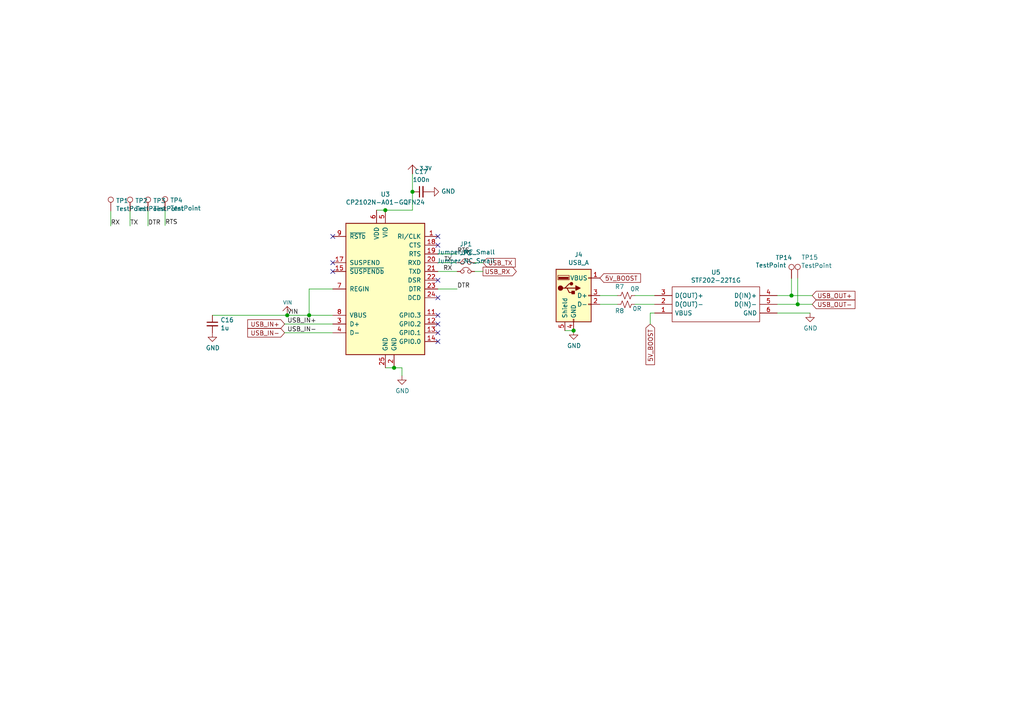
<source format=kicad_sch>
(kicad_sch (version 20201015) (generator eeschema)
  (page 1 6)
  (paper "A4")
  (lib_symbols
    (symbol "Connector:TestPoint" (pin_numbers hide) (pin_names (offset 0.762) hide)
      (property "Reference" "TP" (at 0 6.858 0))
      (property "Value" "TestPoint" (at 0 5.08 0))
      (symbol "TestPoint_0_1"
        (circle (center 0 3.302) (radius 0.762))
      )
      (symbol "TestPoint_1_1"
        (pin passive line (at 0 0 90) (length 2.54) (name "1") (number "1"))
      )
    )
    (symbol "Connector:USB_A" (pin_names (offset 1.016))
      (property "Reference" "J" (at -5.08 11.43 0))
      (property "Value" "USB_A" (at -5.08 8.89 0))
      (symbol "USB_A_0_1"
        (circle (center -3.81 2.159) (radius 0.635) (stroke (width 0.254)) (fill (type outline)))
        (circle (center -0.635 3.429) (radius 0.381) (stroke (width 0.254)) (fill (type outline)))
        (rectangle (start -5.08 -7.62) (end 5.08 7.62) (stroke (width 0.254)) (fill (type background)))
        (rectangle (start -1.524 4.826) (end -4.318 5.334) (fill (type outline)))
        (rectangle (start -1.27 4.572) (end -4.572 5.842))
        (rectangle (start -0.127 -7.62) (end 0.127 -6.858))
        (rectangle (start 0.254 1.27) (end -0.508 0.508) (stroke (width 0.254)) (fill (type outline)))
        (rectangle (start 5.08 -2.667) (end 4.318 -2.413))
        (rectangle (start 5.08 -0.127) (end 4.318 0.127))
        (rectangle (start 5.08 4.953) (end 4.318 5.207))
        (polyline (pts (xy -3.175 2.159) (xy -2.54 2.159) (xy -1.27 3.429) (xy -0.635 3.429)) (stroke (width 0.254)))
        (polyline (pts (xy -2.54 2.159) (xy -1.905 2.159) (xy -1.27 0.889) (xy 0 0.889)) (stroke (width 0.254)))
        (polyline (pts (xy 0.635 2.794) (xy 0.635 1.524) (xy 1.905 2.159) (xy 0.635 2.794)) (stroke (width 0.254)) (fill (type outline)))
      )
      (symbol "USB_A_1_1"
        (polyline (pts (xy -1.905 2.159) (xy 0.635 2.159)) (stroke (width 0.254)))
        (pin power_in line (at 7.62 5.08 180) (length 2.54) (name "VBUS") (number "1"))
        (pin passive line (at 7.62 -2.54 180) (length 2.54) (name "D-") (number "2"))
        (pin passive line (at 7.62 0 180) (length 2.54) (name "D+") (number "3"))
        (pin power_in line (at 0 -10.16 90) (length 2.54) (name "GND") (number "4"))
        (pin passive line (at -2.54 -10.16 90) (length 2.54) (name "Shield") (number "5"))
      )
    )
    (symbol "Device:C_Small" (pin_numbers hide) (pin_names (offset 0.254) hide)
      (property "Reference" "C" (at 0.254 1.778 0))
      (property "Value" "C_Small" (at 0.254 -2.032 0))
      (symbol "C_Small_0_1"
        (polyline (pts (xy -1.524 -0.508) (xy 1.524 -0.508)) (stroke (width 0.3302)))
        (polyline (pts (xy -1.524 0.508) (xy 1.524 0.508)) (stroke (width 0.3048)))
      )
      (symbol "C_Small_1_1"
        (pin passive line (at 0 2.54 270) (length 2.032) (name "~") (number "1"))
        (pin passive line (at 0 -2.54 90) (length 2.032) (name "~") (number "2"))
      )
    )
    (symbol "Device:Jumper_NC_Small" (pin_numbers hide) (pin_names (offset 0.762) hide)
      (property "Reference" "JP" (at 0 2.032 0))
      (property "Value" "Jumper_NC_Small" (at 0.254 -1.524 0))
      (symbol "Jumper_NC_Small_0_1"
        (arc (start 1.016 0.762) (end -1.016 0.762) (radius (at 0 -0.254) (length 1.4478) (angles 45 135)))
        (circle (center -1.016 0) (radius 0.508))
        (circle (center 1.016 0) (radius 0.508))
        (pin passive line (at -2.54 0 0) (length 1.016) (name "1") (number "1"))
        (pin passive line (at 2.54 0 180) (length 1.016) (name "2") (number "2"))
      )
    )
    (symbol "Device:R_Small_US" (pin_numbers hide) (pin_names (offset 0.254) hide)
      (property "Reference" "R" (at 0.762 0.508 0))
      (property "Value" "R_Small_US" (at 0.762 -1.016 0))
      (symbol "R_Small_US_1_1"
        (polyline (pts (xy 0 0) (xy 1.016 -0.381) (xy 0 -0.762) (xy -1.016 -1.143) (xy 0 -1.524)))
        (polyline (pts (xy 0 1.524) (xy 1.016 1.143) (xy 0 0.762) (xy -1.016 0.381) (xy 0 0)))
        (pin passive line (at 0 2.54 270) (length 1.016) (name "~") (number "1"))
        (pin passive line (at 0 -2.54 90) (length 1.016) (name "~") (number "2"))
      )
    )
    (symbol "Interface_USB:CP2102N-A01-GQFN24" (pin_names (offset 1.016))
      (property "Reference" "U" (at -5.08 22.225 0))
      (property "Value" "CP2102N-A01-GQFN24" (at -5.08 20.32 0))
      (symbol "CP2102N-A01-GQFN24_0_1"
        (rectangle (start -11.43 19.05) (end 11.43 -19.05) (stroke (width 0.254)) (fill (type background)))
      )
      (symbol "CP2102N-A01-GQFN24_1_1"
        (pin bidirectional line (at 15.24 15.24 180) (length 3.81) (name "RI/CLK") (number "1"))
        (pin unconnected line (at 10.16 -22.86 90) (length 3.81) hide (name "NC") (number "10"))
        (pin bidirectional line (at 15.24 -7.62 180) (length 3.81) (name "GPIO.3") (number "11"))
        (pin bidirectional line (at 15.24 -10.16 180) (length 3.81) (name "GPIO.2") (number "12"))
        (pin bidirectional line (at 15.24 -12.7 180) (length 3.81) (name "GPIO.1") (number "13"))
        (pin bidirectional line (at 15.24 -15.24 180) (length 3.81) (name "GPIO.0") (number "14"))
        (pin output line (at -15.24 5.08 0) (length 3.81) (name "~SUSPENDb") (number "15"))
        (pin unconnected line (at 7.62 -22.86 90) (length 3.81) hide (name "NC") (number "16"))
        (pin output line (at -15.24 7.62 0) (length 3.81) (name "SUSPEND") (number "17"))
        (pin input line (at 15.24 12.7 180) (length 3.81) (name "CTS") (number "18"))
        (pin output line (at 15.24 10.16 180) (length 3.81) (name "RTS") (number "19"))
        (pin power_in line (at 2.54 -22.86 90) (length 3.81) (name "GND") (number "2"))
        (pin input line (at 15.24 7.62 180) (length 3.81) (name "RXD") (number "20"))
        (pin output line (at 15.24 5.08 180) (length 3.81) (name "TXD") (number "21"))
        (pin input line (at 15.24 2.54 180) (length 3.81) (name "DSR") (number "22"))
        (pin output line (at 15.24 0 180) (length 3.81) (name "DTR") (number "23"))
        (pin input line (at 15.24 -2.54 180) (length 3.81) (name "DCD") (number "24"))
        (pin power_in line (at 0 -22.86 90) (length 3.81) (name "GND") (number "25"))
        (pin bidirectional line (at -15.24 -10.16 0) (length 3.81) (name "D+") (number "3"))
        (pin bidirectional line (at -15.24 -12.7 0) (length 3.81) (name "D-") (number "4"))
        (pin power_in line (at 0 22.86 270) (length 3.81) (name "VIO") (number "5"))
        (pin power_in line (at -2.54 22.86 270) (length 3.81) (name "VDD") (number "6"))
        (pin power_in line (at -15.24 0 0) (length 3.81) (name "REGIN") (number "7"))
        (pin input line (at -15.24 -7.62 0) (length 3.81) (name "VBUS") (number "8"))
        (pin input line (at -15.24 15.24 0) (length 3.81) (name "~RSTb") (number "9"))
      )
    )
    (symbol "Omega2-IO-Power-eagle-import:3.3V" (power) (pin_names (offset 1.016))
      (property "Value" "3.3V" (at -1.524 1.016 0))
      (symbol "3.3V_1_0"
        (polyline (pts (xy -1.27 -1.27) (xy 0 0)))
        (polyline (pts (xy 0 0) (xy 1.27 -1.27)))
        (pin power_in line (at 0 -2.54 90) (length 2.54) (name "3.3V") (number "1"))
      )
    )
    (symbol "Omega2-IO-Power-eagle-import:VIN" (power) (pin_names (offset 1.016))
      (property "Value" "VIN" (at -1.524 1.016 0))
      (symbol "VIN_1_0"
        (polyline (pts (xy -1.27 -1.27) (xy 0 0)))
        (polyline (pts (xy 0 0) (xy 1.27 -1.27)))
        (pin power_in line (at 0 -2.54 90) (length 2.54) (name "VIN") (number "1"))
      )
    )
    (symbol "STF202-22T1G:STF202-22T1G" (pin_names (offset 0.762))
      (property "Reference" "IC" (at 31.75 7.62 0))
      (property "Value" "STF202-22T1G" (at 31.75 5.08 0))
      (symbol "STF202-22T1G_0_1"
        (polyline (pts (xy 5.08 2.54) (xy 30.48 2.54) (xy 30.48 -7.62) (xy 5.08 -7.62) (xy 5.08 2.54)) (stroke (width 0.1524)))
      )
      (symbol "STF202-22T1G_0_0"
        (pin power_in line (at 0 0 0) (length 5.08) (name "VBUS") (number "1"))
        (pin output line (at 0 -2.54 0) (length 5.08) (name "D(OUT)-") (number "2"))
        (pin output line (at 0 -5.08 0) (length 5.08) (name "D(OUT)+") (number "3"))
        (pin input line (at 35.56 -5.08 180) (length 5.08) (name "D(IN)+") (number "4"))
        (pin input line (at 35.56 -2.54 180) (length 5.08) (name "D(IN)-") (number "5"))
        (pin power_in line (at 35.56 0 180) (length 5.08) (name "GND") (number "6"))
      )
    )
    (symbol "power:GND" (power) (pin_names (offset 0))
      (property "Value" "GND" (at 0 -3.81 0))
      (symbol "GND_0_1"
        (polyline (pts (xy 0 0) (xy 0 -1.27) (xy 1.27 -1.27) (xy 0 -2.54) (xy -1.27 -1.27) (xy 0 -1.27)))
      )
      (symbol "GND_1_1"
        (pin power_in line (at 0 0 270) (length 0) hide (name "GND") (number "1"))
      )
    )
  )
  (junction (at 83.312 91.44) (diameter 1.016))
  (junction (at 89.662 91.44) (diameter 1.016))
  (junction (at 111.76 60.96) (diameter 1.016))
  (junction (at 114.3 106.68) (diameter 1.016))
  (junction (at 119.634 55.626) (diameter 1.016))
  (junction (at 166.37 95.885) (diameter 1.016))
  (junction (at 229.5652 85.725) (diameter 1.016))
  (junction (at 231.3686 88.265) (diameter 1.016))
  (no_connect (at 127 96.52))
  (no_connect (at 127 68.58))
  (no_connect (at 127 71.12))
  (no_connect (at 127 99.06))
  (no_connect (at 96.52 78.74))
  (no_connect (at 96.52 68.58))
  (no_connect (at 127 86.36))
  (no_connect (at 96.52 76.2))
  (no_connect (at 127 81.28))
  (no_connect (at 127 93.98))
  (no_connect (at 127 91.44))
  (wire (pts (xy 32.131 61.214) (xy 32.131 65.532)))
  (wire (pts (xy 37.719 61.214) (xy 37.719 65.532)))
  (wire (pts (xy 42.926 61.214) (xy 42.926 65.532)))
  (wire (pts (xy 47.879 61.087) (xy 47.879 65.405)))
  (wire (pts (xy 61.595 91.44) (xy 83.312 91.44)))
  (wire (pts (xy 82.55 93.98) (xy 96.52 93.98)))
  (wire (pts (xy 82.55 96.52) (xy 96.52 96.52)))
  (wire (pts (xy 83.312 91.44) (xy 89.662 91.44)))
  (wire (pts (xy 89.662 83.82) (xy 89.662 91.44)))
  (wire (pts (xy 96.52 83.82) (xy 89.662 83.82)))
  (wire (pts (xy 96.52 91.44) (xy 89.662 91.44)))
  (wire (pts (xy 109.22 60.96) (xy 111.76 60.96)))
  (wire (pts (xy 111.76 60.96) (xy 119.634 60.96)))
  (wire (pts (xy 111.76 106.68) (xy 114.3 106.68)))
  (wire (pts (xy 114.3 106.68) (xy 116.586 106.68)))
  (wire (pts (xy 116.586 106.68) (xy 116.586 108.966)))
  (wire (pts (xy 119.634 55.626) (xy 119.634 50.419)))
  (wire (pts (xy 119.634 60.96) (xy 119.634 55.626)))
  (wire (pts (xy 127 73.66) (xy 132.588 73.66)))
  (wire (pts (xy 127 76.2) (xy 132.588 76.2)))
  (wire (pts (xy 127 78.74) (xy 132.588 78.74)))
  (wire (pts (xy 127 83.82) (xy 132.588 83.82)))
  (wire (pts (xy 137.668 76.2) (xy 140.081 76.2)))
  (wire (pts (xy 137.668 78.74) (xy 140.081 78.74)))
  (wire (pts (xy 163.83 95.885) (xy 166.37 95.885)))
  (wire (pts (xy 179.07 85.725) (xy 173.99 85.725)))
  (wire (pts (xy 179.07 88.265) (xy 173.99 88.265)))
  (wire (pts (xy 184.15 85.725) (xy 189.865 85.725)))
  (wire (pts (xy 184.15 88.265) (xy 189.865 88.265)))
  (wire (pts (xy 188.595 90.805) (xy 188.595 93.98)))
  (wire (pts (xy 188.595 90.805) (xy 189.865 90.805)))
  (wire (pts (xy 225.425 85.725) (xy 229.5652 85.725)))
  (wire (pts (xy 225.425 88.265) (xy 231.3686 88.265)))
  (wire (pts (xy 225.425 90.805) (xy 234.95 90.805)))
  (wire (pts (xy 229.5652 85.725) (xy 229.5652 80.7466)))
  (wire (pts (xy 229.5652 85.725) (xy 235.585 85.725)))
  (wire (pts (xy 231.3686 88.265) (xy 231.3686 80.7212)))
  (wire (pts (xy 231.3686 88.265) (xy 235.585 88.265)))
  (label "RX" (at 32.131 65.532 0))
  (label "TX" (at 37.719 65.532 0))
  (label "DTR" (at 42.926 65.532 0))
  (label "RTS" (at 47.879 65.405 0))
  (label "VIN" (at 83.312 91.44 0))
  (label "USB_IN+" (at 83.312 93.98 0))
  (label "USB_IN-" (at 83.312 96.52 0))
  (label "RX" (at 128.524 78.74 0))
  (label "TX" (at 128.778 76.2 0))
  (label "RTS" (at 132.588 73.66 0))
  (label "DTR" (at 132.588 83.82 0))
  (global_label "USB_IN+" (shape input) (at 82.55 93.98 180))
  (global_label "USB_IN-" (shape input) (at 82.55 96.52 180))
  (global_label "USB_TX" (shape input) (at 140.081 76.2 0))
  (global_label "USB_RX" (shape output) (at 140.081 78.74 0))
  (global_label "5V_BOOST" (shape input) (at 173.99 80.645 0))
  (global_label "5V_BOOST" (shape input) (at 188.595 93.98 270))
  (global_label "USB_OUT+" (shape input) (at 235.585 85.725 0))
  (global_label "USB_OUT-" (shape input) (at 235.585 88.265 0))
  (symbol (lib_id "Connector:TestPoint") (at 32.131 61.214 0) (unit 1)
    (property "Reference" "TP1" (at 33.6042 58.2168 0) (effects (justify left)))
    (property "Value" "TestPoint" (at 33.6042 60.5282 0) (effects (justify left)))
    (property "Footprint" "TestPoint:TestPoint_Pad_D1.5mm" (effects hide))
    (property "DNP" "NA" (effects hide))
  )
  (symbol (lib_id "Connector:TestPoint") (at 37.719 61.214 0) (unit 1)
    (property "Reference" "TP2" (at 39.1922 58.2168 0) (effects (justify left)))
    (property "Value" "TestPoint" (at 39.1922 60.5282 0) (effects (justify left)))
    (property "Footprint" "TestPoint:TestPoint_Pad_D1.5mm" (effects hide))
    (property "DNP" "NA" (effects hide))
  )
  (symbol (lib_id "Connector:TestPoint") (at 42.926 61.214 0) (unit 1)
    (property "Reference" "TP3" (at 44.3992 58.2168 0) (effects (justify left)))
    (property "Value" "TestPoint" (at 44.3992 60.5282 0) (effects (justify left)))
    (property "Footprint" "TestPoint:TestPoint_Pad_D1.5mm" (effects hide))
    (property "DNP" "NA" (effects hide))
  )
  (symbol (lib_id "Connector:TestPoint") (at 47.879 61.087 0) (unit 1)
    (property "Reference" "TP4" (at 49.3522 58.0898 0) (effects (justify left)))
    (property "Value" "TestPoint" (at 49.3522 60.4012 0) (effects (justify left)))
    (property "Footprint" "TestPoint:TestPoint_Pad_D1.5mm" (effects hide))
    (property "DNP" "NA" (effects hide))
  )
  (symbol (lib_id "Connector:TestPoint") (at 229.5652 80.7466 0) (unit 1)
    (property "Reference" "TP14" (at 224.8916 74.7268 0) (effects (justify left)))
    (property "Value" "TestPoint" (at 219.1258 76.9366 0) (effects (justify left)))
    (property "Footprint" "TestPoint:TestPoint_Pad_D1.5mm" (effects hide))
    (property "DNP" "NA" (effects hide))
  )
  (symbol (lib_id "Connector:TestPoint") (at 231.3686 80.7212 0) (unit 1)
    (property "Reference" "TP15" (at 232.41 74.6506 0) (effects (justify left)))
    (property "Value" "TestPoint" (at 232.3592 77.0382 0) (effects (justify left)))
    (property "Footprint" "TestPoint:TestPoint_Pad_D1.5mm" (effects hide))
    (property "DNP" "NA" (effects hide))
  )
  (symbol (lib_id "power:GND") (at 61.595 96.52 0) (unit 1)
    (property "Reference" "#PWR0108" (effects hide))
    (property "Value" "GND" (at 61.722 100.9142 0))
  )
  (symbol (lib_id "power:GND") (at 116.586 108.966 0) (unit 1)
    (property "Reference" "#PWR0107" (effects hide))
    (property "Value" "GND" (at 116.713 113.3602 0))
  )
  (symbol (lib_id "power:GND") (at 124.714 55.626 90) (unit 1)
    (property "Reference" "#PWR0109" (effects hide))
    (property "Value" "GND" (at 127.9652 55.499 90) (effects (justify right)))
  )
  (symbol (lib_id "power:GND") (at 166.37 95.885 0) (unit 1)
    (property "Reference" "#PWR0106" (effects hide))
    (property "Value" "GND" (at 166.497 100.2792 0))
  )
  (symbol (lib_id "power:GND") (at 234.95 90.805 0) (unit 1)
    (property "Reference" "#PWR06" (effects hide))
    (property "Value" "GND" (at 235.077 95.1992 0))
  )
  (symbol (lib_id "Device:Jumper_NC_Small") (at 135.128 76.2 0) (unit 1)
    (property "Reference" "JP1" (at 135.128 70.8152 0))
    (property "Value" "Jumper_NC_Small" (at 135.128 73.1266 0))
    (property "Footprint" "Jumper:SolderJumper-2_P1.3mm_Bridged_RoundedPad1.0x1.5mm" (effects hide))
    (property "DNP" "NA" (effects hide))
  )
  (symbol (lib_id "Device:Jumper_NC_Small") (at 135.128 78.74 0) (unit 1)
    (property "Reference" "JP2" (at 135.128 73.3552 0))
    (property "Value" "Jumper_NC_Small" (at 135.128 75.6666 0))
    (property "Footprint" "Jumper:SolderJumper-2_P1.3mm_Bridged_RoundedPad1.0x1.5mm" (effects hide))
    (property "DNP" "NA" (effects hide))
  )
  (symbol (lib_id "Omega2-IO-Power-eagle-import:VIN") (at 83.312 88.9 0) (unit 1)
    (property "Reference" "#0101" (effects hide))
    (property "Value" "VIN" (at 82.042 87.757 0) (effects (font (size 1.0668 1.0668)) (justify left)))
  )
  (symbol (lib_id "Omega2-IO-Power-eagle-import:3.3V") (at 119.634 47.879 0) (unit 1)
    (property "Reference" "#0102" (effects hide))
    (property "Value" "3.3V" (at 121.6152 48.8188 0) (effects (font (size 1.0668 1.0668)) (justify left)))
  )
  (symbol (lib_id "Device:R_Small_US") (at 181.61 85.725 270) (unit 1)
    (property "Reference" "R7" (at 179.705 83.185 90))
    (property "Value" "0R" (at 184.15 83.82 90))
    (property "Footprint" "Resistor_SMD:R_0603_1608Metric" (effects hide))
    (property "manf#" "MCT0603MZ0000ZP500" (effects hide))
  )
  (symbol (lib_id "Device:R_Small_US") (at 181.61 88.265 270) (unit 1)
    (property "Reference" "R8" (at 179.705 90.17 90))
    (property "Value" "0R" (at 184.785 89.535 90))
    (property "Footprint" "Resistor_SMD:R_0603_1608Metric" (effects hide))
    (property "manf#" "MCT0603MZ0000ZP500" (effects hide))
  )
  (symbol (lib_id "Device:C_Small") (at 61.595 93.98 0) (unit 1)
    (property "Reference" "C16" (at 63.9318 92.8116 0) (effects (justify left)))
    (property "Value" "1u" (at 63.9318 95.123 0) (effects (justify left)))
    (property "Footprint" "Capacitor_SMD:C_0603_1608Metric" (effects hide))
    (property "manf#" "C0603C105M4PAC7411" (effects hide))
  )
  (symbol (lib_id "Device:C_Small") (at 122.174 55.626 90) (unit 1)
    (property "Reference" "C17" (at 122.174 49.8094 90))
    (property "Value" "100n" (at 122.174 52.1208 90))
    (property "Footprint" "Capacitor_SMD:C_0603_1608Metric" (effects hide))
    (property "manf#" "C0603C104M4RAC" (effects hide))
  )
  (symbol (lib_id "Connector:USB_A") (at 166.37 85.725 0) (unit 1)
    (property "Reference" "J4" (at 167.8178 73.8632 0))
    (property "Value" "USB_A" (at 167.8178 76.1746 0))
    (property "Footprint" "footprints:67643-0910" (effects hide))
    (property "Datasheet" " ~" (effects hide))
    (property "manf#" "67643-0910" (effects hide))
  )
  (symbol (lib_id "STF202-22T1G:STF202-22T1G") (at 189.865 90.805 0) (mirror x) (unit 1)
    (property "Reference" "U5" (at 207.645 78.994 0))
    (property "Value" "STF202-22T1G" (at 207.645 81.3054 0))
    (property "Footprint" "footprints:SOT95P275X110-6N" (effects hide))
    (property "Datasheet" "http://www.onsemi.com/pub/Collateral/STF202-22T1-D.PDF" (effects hide))
    (property "Description" "USB Filter with ESD Protection" (effects hide))
    (property "Height" "1.1" (effects hide))
    (property "Manufacturer_Name" "ON Semiconductor" (effects hide))
    (property "Manufacturer_Part_Number" "STF202-22T1G" (effects hide))
    (property "Mouser Part Number" "863-STF202-22T1G" (effects hide))
    (property "Mouser Price/Stock" "https://www.mouser.com/Search/Refine.aspx?Keyword=863-STF202-22T1G" (effects hide))
    (property "RS Part Number" "1869924" (effects hide))
    (property "RS Price/Stock" "http://uk.rs-online.com/web/p/products/1869924" (effects hide))
    (property "Allied_Number" "70341539" (effects hide))
    (property "Allied Price/Stock" "http://www.alliedelec.com/on-semiconductor-stf202-22t1g/70341539/" (effects hide))
    (property "manf#" "STF202-22T1G" (effects hide))
  )
  (symbol (lib_id "Interface_USB:CP2102N-A01-GQFN24") (at 111.76 83.82 0) (unit 1)
    (property "Reference" "U3" (at 111.76 56.3626 0))
    (property "Value" "CP2102N-A01-GQFN24" (at 111.76 58.674 0))
    (property "Footprint" "Package_DFN_QFN:QFN-24-1EP_4x4mm_P0.5mm_EP2.6x2.6mm" (effects hide))
    (property "Datasheet" "https://www.silabs.com/documents/public/data-sheets/cp2102n-datasheet.pdf" (effects hide))
    (property "manf#" "CP2102N-A01-GQFN24R" (effects hide))
  )
)
</source>
